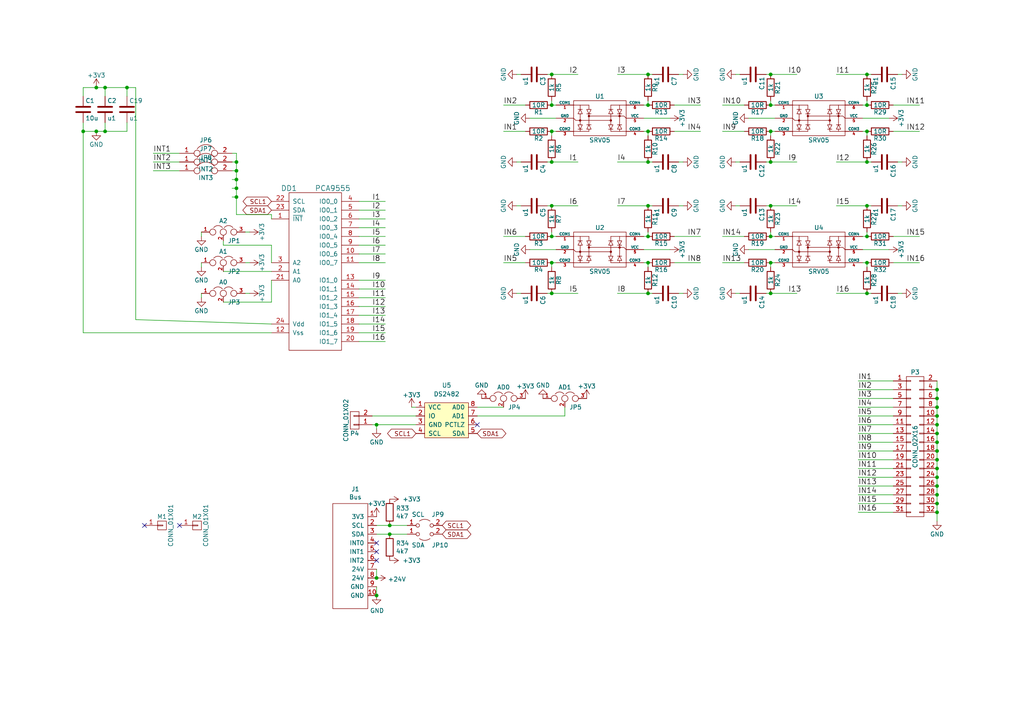
<source format=kicad_sch>
(kicad_sch (version 20211123) (generator eeschema)
  (paper "A4")
  (junction (at 68.58 54.61))
  (junction (at 187.96 30.48))
  (junction (at 223.52 38.1))
  (junction (at 68.58 49.53))
  (junction (at 109.22 172.72))
  (junction (at 251.46 21.59))
  (junction (at 160.02 68.58))
  (junction (at 187.96 59.69))
  (junction (at 223.52 76.2))
  (junction (at 160.02 38.1))
  (junction (at 24.13 38.1))
  (junction (at 271.78 128.27))
  (junction (at 187.96 21.59))
  (junction (at 271.78 125.73))
  (junction (at 187.96 76.2))
  (junction (at 271.78 130.81))
  (junction (at 27.94 38.1))
  (junction (at 271.78 146.05))
  (junction (at 160.02 46.99))
  (junction (at 271.78 118.11))
  (junction (at 109.22 123.19))
  (junction (at 187.96 38.1))
  (junction (at 223.52 46.99))
  (junction (at 271.78 148.59))
  (junction (at 251.46 59.69))
  (junction (at 27.94 25.4))
  (junction (at 160.02 59.69))
  (junction (at 271.78 140.97))
  (junction (at 271.78 113.03))
  (junction (at 223.52 85.09))
  (junction (at 223.52 21.59))
  (junction (at 251.46 46.99))
  (junction (at 187.96 85.09))
  (junction (at 187.96 46.99))
  (junction (at 271.78 120.65))
  (junction (at 160.02 85.09))
  (junction (at 160.02 76.2))
  (junction (at 271.78 135.89))
  (junction (at 223.52 59.69))
  (junction (at 68.58 46.99))
  (junction (at 251.46 30.48))
  (junction (at 113.03 152.4))
  (junction (at 68.58 52.07))
  (junction (at 271.78 143.51))
  (junction (at 271.78 138.43))
  (junction (at 271.78 123.19))
  (junction (at 113.03 154.94))
  (junction (at 68.58 57.15))
  (junction (at 223.52 68.58))
  (junction (at 251.46 38.1))
  (junction (at 251.46 85.09))
  (junction (at 109.22 167.64))
  (junction (at 36.83 25.4))
  (junction (at 160.02 30.48))
  (junction (at 223.52 30.48))
  (junction (at 187.96 68.58))
  (junction (at 30.48 38.1))
  (junction (at 271.78 133.35))
  (junction (at 30.48 25.4))
  (junction (at 271.78 115.57))
  (junction (at 251.46 76.2))
  (junction (at 251.46 68.58))
  (junction (at 160.02 21.59))
  (no_connect (at 52.07 152.4))
  (no_connect (at 109.22 162.56))
  (no_connect (at 41.91 152.4))
  (no_connect (at 109.22 157.48))
  (no_connect (at 109.22 160.02))
  (no_connect (at 138.43 123.19))
  (wire (pts (xy 78.74 93.98) (xy 39.37 92.71)))
  (wire (pts (xy 158.75 59.69) (xy 160.02 59.69)))
  (wire (pts (xy 104.14 63.5) (xy 111.76 63.5)))
  (wire (pts (xy 259.08 76.2) (xy 266.7 76.2)))
  (wire (pts (xy 72.39 76.2) (xy 71.12 76.2)))
  (wire (pts (xy 198.12 21.59) (xy 196.85 21.59)))
  (wire (pts (xy 250.19 30.48) (xy 251.46 30.48)))
  (wire (pts (xy 64.77 87.63) (xy 78.74 87.63)))
  (wire (pts (xy 187.96 68.58) (xy 187.96 67.31)))
  (wire (pts (xy 224.79 72.39) (xy 217.17 72.39)))
  (wire (pts (xy 259.08 113.03) (xy 248.92 113.03)))
  (wire (pts (xy 195.58 30.48) (xy 203.2 30.48)))
  (wire (pts (xy 68.58 46.99) (xy 67.31 46.99)))
  (wire (pts (xy 259.08 143.51) (xy 248.92 143.51)))
  (wire (pts (xy 152.4 38.1) (xy 146.05 38.1)))
  (wire (pts (xy 186.69 38.1) (xy 187.96 38.1)))
  (wire (pts (xy 251.46 38.1) (xy 251.46 39.37)))
  (wire (pts (xy 271.78 133.35) (xy 271.78 135.89)))
  (wire (pts (xy 109.22 170.18) (xy 109.22 172.72)))
  (wire (pts (xy 271.78 118.11) (xy 271.78 120.65)))
  (wire (pts (xy 118.11 154.94) (xy 113.03 154.94)))
  (wire (pts (xy 104.14 88.9) (xy 111.76 88.9)))
  (wire (pts (xy 160.02 30.48) (xy 160.02 29.21)))
  (wire (pts (xy 36.83 25.4) (xy 39.37 25.4)))
  (wire (pts (xy 242.57 59.69) (xy 251.46 59.69)))
  (wire (pts (xy 78.74 71.12) (xy 78.74 76.2)))
  (wire (pts (xy 187.96 85.09) (xy 189.23 85.09)))
  (wire (pts (xy 223.52 46.99) (xy 231.14 46.99)))
  (wire (pts (xy 68.58 52.07) (xy 67.31 52.07)))
  (wire (pts (xy 107.95 120.65) (xy 120.65 120.65)))
  (wire (pts (xy 152.4 76.2) (xy 146.05 76.2)))
  (wire (pts (xy 259.08 115.57) (xy 248.92 115.57)))
  (wire (pts (xy 259.08 133.35) (xy 248.92 133.35)))
  (wire (pts (xy 151.13 85.09) (xy 149.86 85.09)))
  (wire (pts (xy 259.08 140.97) (xy 248.92 140.97)))
  (wire (pts (xy 36.83 25.4) (xy 36.83 27.94)))
  (wire (pts (xy 194.31 34.29) (xy 186.69 34.29)))
  (wire (pts (xy 271.78 123.19) (xy 271.78 125.73)))
  (wire (pts (xy 158.75 46.99) (xy 160.02 46.99)))
  (wire (pts (xy 27.94 38.1) (xy 30.48 38.1)))
  (wire (pts (xy 120.65 118.11) (xy 119.38 118.11)))
  (wire (pts (xy 160.02 76.2) (xy 160.02 77.47)))
  (wire (pts (xy 198.12 85.09) (xy 196.85 85.09)))
  (wire (pts (xy 251.46 59.69) (xy 252.73 59.69)))
  (wire (pts (xy 104.14 58.42) (xy 111.76 58.42)))
  (wire (pts (xy 24.13 96.52) (xy 78.74 96.52)))
  (wire (pts (xy 271.78 138.43) (xy 271.78 140.97)))
  (wire (pts (xy 104.14 91.44) (xy 111.76 91.44)))
  (wire (pts (xy 160.02 38.1) (xy 161.29 38.1)))
  (wire (pts (xy 198.12 46.99) (xy 196.85 46.99)))
  (wire (pts (xy 161.29 68.58) (xy 160.02 68.58)))
  (wire (pts (xy 259.08 110.49) (xy 248.92 110.49)))
  (wire (pts (xy 186.69 76.2) (xy 187.96 76.2)))
  (wire (pts (xy 30.48 38.1) (xy 36.83 38.1)))
  (wire (pts (xy 271.78 110.49) (xy 271.78 113.03)))
  (wire (pts (xy 138.43 120.65) (xy 163.83 120.65)))
  (wire (pts (xy 163.83 118.11) (xy 163.83 120.65)))
  (wire (pts (xy 52.07 46.99) (xy 44.45 46.99)))
  (wire (pts (xy 78.74 62.23) (xy 68.58 62.23)))
  (wire (pts (xy 68.58 54.61) (xy 67.31 54.61)))
  (wire (pts (xy 261.62 46.99) (xy 260.35 46.99)))
  (wire (pts (xy 215.9 38.1) (xy 209.55 38.1)))
  (wire (pts (xy 104.14 86.36) (xy 111.76 86.36)))
  (wire (pts (xy 158.75 21.59) (xy 160.02 21.59)))
  (wire (pts (xy 251.46 68.58) (xy 251.46 67.31)))
  (wire (pts (xy 161.29 30.48) (xy 160.02 30.48)))
  (wire (pts (xy 271.78 135.89) (xy 271.78 138.43)))
  (wire (pts (xy 224.79 68.58) (xy 223.52 68.58)))
  (wire (pts (xy 195.58 38.1) (xy 203.2 38.1)))
  (wire (pts (xy 113.03 154.94) (xy 109.22 154.94)))
  (wire (pts (xy 271.78 120.65) (xy 271.78 123.19)))
  (wire (pts (xy 24.13 38.1) (xy 24.13 96.52)))
  (wire (pts (xy 259.08 146.05) (xy 248.92 146.05)))
  (wire (pts (xy 261.62 59.69) (xy 260.35 59.69)))
  (wire (pts (xy 104.14 93.98) (xy 111.76 93.98)))
  (wire (pts (xy 24.13 35.56) (xy 24.13 38.1)))
  (wire (pts (xy 222.25 21.59) (xy 223.52 21.59)))
  (wire (pts (xy 104.14 99.06) (xy 111.76 99.06)))
  (wire (pts (xy 24.13 25.4) (xy 24.13 27.94)))
  (wire (pts (xy 215.9 68.58) (xy 209.55 68.58)))
  (wire (pts (xy 259.08 38.1) (xy 266.7 38.1)))
  (wire (pts (xy 259.08 135.89) (xy 248.92 135.89)))
  (wire (pts (xy 161.29 72.39) (xy 153.67 72.39)))
  (wire (pts (xy 109.22 123.19) (xy 120.65 123.19)))
  (wire (pts (xy 138.43 118.11) (xy 146.05 118.11)))
  (wire (pts (xy 195.58 68.58) (xy 203.2 68.58)))
  (wire (pts (xy 251.46 21.59) (xy 252.73 21.59)))
  (wire (pts (xy 107.95 123.19) (xy 109.22 123.19)))
  (wire (pts (xy 224.79 30.48) (xy 223.52 30.48)))
  (wire (pts (xy 259.08 138.43) (xy 248.92 138.43)))
  (wire (pts (xy 68.58 62.23) (xy 68.58 57.15)))
  (wire (pts (xy 68.58 49.53) (xy 68.58 46.99)))
  (wire (pts (xy 259.08 130.81) (xy 248.92 130.81)))
  (wire (pts (xy 187.96 46.99) (xy 189.23 46.99)))
  (wire (pts (xy 109.22 152.4) (xy 113.03 152.4)))
  (wire (pts (xy 214.63 46.99) (xy 213.36 46.99)))
  (wire (pts (xy 158.75 85.09) (xy 160.02 85.09)))
  (wire (pts (xy 261.62 21.59) (xy 260.35 21.59)))
  (wire (pts (xy 68.58 57.15) (xy 68.58 54.61)))
  (wire (pts (xy 151.13 46.99) (xy 149.86 46.99)))
  (wire (pts (xy 104.14 66.04) (xy 111.76 66.04)))
  (wire (pts (xy 104.14 60.96) (xy 111.76 60.96)))
  (wire (pts (xy 64.77 78.74) (xy 78.74 78.74)))
  (wire (pts (xy 251.46 85.09) (xy 252.73 85.09)))
  (wire (pts (xy 195.58 76.2) (xy 203.2 76.2)))
  (wire (pts (xy 187.96 76.2) (xy 187.96 77.47)))
  (wire (pts (xy 68.58 52.07) (xy 68.58 49.53)))
  (wire (pts (xy 223.52 59.69) (xy 231.14 59.69)))
  (wire (pts (xy 259.08 118.11) (xy 248.92 118.11)))
  (wire (pts (xy 257.81 72.39) (xy 250.19 72.39)))
  (wire (pts (xy 68.58 49.53) (xy 67.31 49.53)))
  (wire (pts (xy 223.52 38.1) (xy 223.52 39.37)))
  (wire (pts (xy 223.52 76.2) (xy 223.52 77.47)))
  (wire (pts (xy 187.96 59.69) (xy 189.23 59.69)))
  (wire (pts (xy 271.78 148.59) (xy 271.78 151.13)))
  (wire (pts (xy 179.07 85.09) (xy 187.96 85.09)))
  (wire (pts (xy 223.52 68.58) (xy 223.52 67.31)))
  (wire (pts (xy 30.48 25.4) (xy 30.48 27.94)))
  (wire (pts (xy 104.14 73.66) (xy 111.76 73.66)))
  (wire (pts (xy 24.13 38.1) (xy 27.94 38.1)))
  (wire (pts (xy 160.02 85.09) (xy 167.64 85.09)))
  (wire (pts (xy 224.79 34.29) (xy 217.17 34.29)))
  (wire (pts (xy 261.62 85.09) (xy 260.35 85.09)))
  (wire (pts (xy 215.9 76.2) (xy 209.55 76.2)))
  (wire (pts (xy 104.14 96.52) (xy 111.76 96.52)))
  (wire (pts (xy 179.07 46.99) (xy 187.96 46.99)))
  (wire (pts (xy 186.69 68.58) (xy 187.96 68.58)))
  (wire (pts (xy 214.63 59.69) (xy 213.36 59.69)))
  (wire (pts (xy 68.58 54.61) (xy 68.58 52.07)))
  (wire (pts (xy 68.58 44.45) (xy 67.31 44.45)))
  (wire (pts (xy 257.81 34.29) (xy 250.19 34.29)))
  (wire (pts (xy 104.14 83.82) (xy 111.76 83.82)))
  (wire (pts (xy 250.19 76.2) (xy 251.46 76.2)))
  (wire (pts (xy 187.96 30.48) (xy 187.96 29.21)))
  (wire (pts (xy 259.08 30.48) (xy 266.7 30.48)))
  (wire (pts (xy 251.46 46.99) (xy 252.73 46.99)))
  (wire (pts (xy 223.52 30.48) (xy 223.52 29.21)))
  (wire (pts (xy 58.42 76.2) (xy 58.42 77.47)))
  (wire (pts (xy 271.78 143.51) (xy 271.78 146.05)))
  (wire (pts (xy 223.52 85.09) (xy 231.14 85.09)))
  (wire (pts (xy 250.19 68.58) (xy 251.46 68.58)))
  (wire (pts (xy 160.02 21.59) (xy 167.64 21.59)))
  (wire (pts (xy 214.63 85.09) (xy 213.36 85.09)))
  (wire (pts (xy 161.29 34.29) (xy 153.67 34.29)))
  (wire (pts (xy 109.22 165.1) (xy 109.22 167.64)))
  (wire (pts (xy 36.83 38.1) (xy 36.83 35.56)))
  (wire (pts (xy 259.08 120.65) (xy 248.92 120.65)))
  (wire (pts (xy 187.96 21.59) (xy 189.23 21.59)))
  (wire (pts (xy 64.77 71.12) (xy 78.74 71.12)))
  (wire (pts (xy 242.57 46.99) (xy 251.46 46.99)))
  (wire (pts (xy 223.52 76.2) (xy 224.79 76.2)))
  (wire (pts (xy 109.22 123.19) (xy 109.22 124.46)))
  (wire (pts (xy 222.25 85.09) (xy 223.52 85.09)))
  (wire (pts (xy 104.14 71.12) (xy 111.76 71.12)))
  (wire (pts (xy 222.25 46.99) (xy 223.52 46.99)))
  (wire (pts (xy 68.58 46.99) (xy 68.58 44.45)))
  (wire (pts (xy 151.13 21.59) (xy 149.86 21.59)))
  (wire (pts (xy 223.52 21.59) (xy 231.14 21.59)))
  (wire (pts (xy 271.78 113.03) (xy 271.78 115.57)))
  (wire (pts (xy 198.12 59.69) (xy 196.85 59.69)))
  (wire (pts (xy 259.08 148.59) (xy 248.92 148.59)))
  (wire (pts (xy 27.94 25.4) (xy 30.48 25.4)))
  (wire (pts (xy 104.14 76.2) (xy 111.76 76.2)))
  (wire (pts (xy 251.46 30.48) (xy 251.46 29.21)))
  (wire (pts (xy 271.78 115.57) (xy 271.78 118.11)))
  (wire (pts (xy 250.19 38.1) (xy 251.46 38.1)))
  (wire (pts (xy 271.78 146.05) (xy 271.78 148.59)))
  (wire (pts (xy 52.07 49.53) (xy 44.45 49.53)))
  (wire (pts (xy 24.13 25.4) (xy 27.94 25.4)))
  (wire (pts (xy 222.25 59.69) (xy 223.52 59.69)))
  (wire (pts (xy 223.52 38.1) (xy 224.79 38.1)))
  (wire (pts (xy 30.48 25.4) (xy 36.83 25.4)))
  (wire (pts (xy 179.07 59.69) (xy 187.96 59.69)))
  (wire (pts (xy 187.96 38.1) (xy 187.96 39.37)))
  (wire (pts (xy 58.42 86.36) (xy 58.42 85.09)))
  (wire (pts (xy 271.78 130.81) (xy 271.78 133.35)))
  (wire (pts (xy 58.42 67.31) (xy 58.42 68.58)))
  (wire (pts (xy 118.11 152.4) (xy 113.03 152.4)))
  (wire (pts (xy 68.58 57.15) (xy 67.31 57.15)))
  (wire (pts (xy 259.08 68.58) (xy 266.7 68.58)))
  (wire (pts (xy 271.78 125.73) (xy 271.78 128.27)))
  (wire (pts (xy 78.74 63.5) (xy 78.74 62.23)))
  (wire (pts (xy 271.78 140.97) (xy 271.78 143.51)))
  (wire (pts (xy 39.37 92.71) (xy 39.37 25.4)))
  (wire (pts (xy 259.08 125.73) (xy 248.92 125.73)))
  (wire (pts (xy 179.07 21.59) (xy 187.96 21.59)))
  (wire (pts (xy 72.39 85.09) (xy 71.12 85.09)))
  (wire (pts (xy 214.63 21.59) (xy 213.36 21.59)))
  (wire (pts (xy 104.14 68.58) (xy 111.76 68.58)))
  (wire (pts (xy 52.07 44.45) (xy 44.45 44.45)))
  (wire (pts (xy 160.02 76.2) (xy 161.29 76.2)))
  (wire (pts (xy 251.46 76.2) (xy 251.46 77.47)))
  (wire (pts (xy 151.13 59.69) (xy 149.86 59.69)))
  (wire (pts (xy 194.31 72.39) (xy 186.69 72.39)))
  (wire (pts (xy 152.4 68.58) (xy 146.05 68.58)))
  (wire (pts (xy 215.9 30.48) (xy 209.55 30.48)))
  (wire (pts (xy 152.4 30.48) (xy 146.05 30.48)))
  (wire (pts (xy 259.08 123.19) (xy 248.92 123.19)))
  (wire (pts (xy 160.02 46.99) (xy 167.64 46.99)))
  (wire (pts (xy 160.02 38.1) (xy 160.02 39.37)))
  (wire (pts (xy 30.48 38.1) (xy 30.48 35.56)))
  (wire (pts (xy 186.69 30.48) (xy 187.96 30.48)))
  (wire (pts (xy 242.57 21.59) (xy 251.46 21.59)))
  (wire (pts (xy 242.57 85.09) (xy 251.46 85.09)))
  (wire (pts (xy 78.74 87.63) (xy 78.74 81.28)))
  (wire (pts (xy 64.77 69.85) (xy 64.77 71.12)))
  (wire (pts (xy 72.39 67.31) (xy 71.12 67.31)))
  (wire (pts (xy 160.02 59.69) (xy 167.64 59.69)))
  (wire (pts (xy 259.08 128.27) (xy 248.92 128.27)))
  (wire (pts (xy 104.14 81.28) (xy 111.76 81.28)))
  (wire (pts (xy 271.78 128.27) (xy 271.78 130.81)))
  (wire (pts (xy 160.02 68.58) (xy 160.02 67.31)))
  (label "IN10" (at 248.92 133.35 0) (effects (font (size 1.524 1.524))))
  (label "IN6" (at 248.92 123.19 0) (effects (font (size 1.524 1.524))))
  (label "I12" (at 107.95 88.9 0) (effects (font (size 1.524 1.524))))
  (label "I16" (at 242.57 85.09 0) (effects (font (size 1.524 1.524))))
  (label "IN12" (at 262.89 38.1 0) (effects (font (size 1.524 1.524))))
  (label "I11" (at 107.95 86.36 0) (effects (font (size 1.524 1.524))))
  (label "I1" (at 165.1 46.99 0) (effects (font (size 1.524 1.524))))
  (label "IN7" (at 248.92 125.73 0) (effects (font (size 1.524 1.524))))
  (label "I3" (at 107.95 63.5 0) (effects (font (size 1.524 1.524))))
  (label "I14" (at 107.95 93.98 0) (effects (font (size 1.524 1.524))))
  (label "IN4" (at 248.92 118.11 0) (effects (font (size 1.524 1.524))))
  (label "IN3" (at 248.92 115.57 0) (effects (font (size 1.524 1.524))))
  (label "INT1" (at 44.45 44.45 0) (effects (font (size 1.524 1.524))))
  (label "IN8" (at 199.39 76.2 0) (effects (font (size 1.524 1.524))))
  (label "I8" (at 107.95 76.2 0) (effects (font (size 1.524 1.524))))
  (label "I9" (at 107.95 81.28 0) (effects (font (size 1.524 1.524))))
  (label "I8" (at 179.07 85.09 0) (effects (font (size 1.524 1.524))))
  (label "IN2" (at 146.05 30.48 0) (effects (font (size 1.524 1.524))))
  (label "IN9" (at 248.92 130.81 0) (effects (font (size 1.524 1.524))))
  (label "INT3" (at 44.45 49.53 0) (effects (font (size 1.524 1.524))))
  (label "IN16" (at 262.89 76.2 0) (effects (font (size 1.524 1.524))))
  (label "I4" (at 107.95 66.04 0) (effects (font (size 1.524 1.524))))
  (label "INT2" (at 44.45 46.99 0) (effects (font (size 1.524 1.524))))
  (label "I6" (at 165.1 59.69 0) (effects (font (size 1.524 1.524))))
  (label "IN14" (at 248.92 143.51 0) (effects (font (size 1.524 1.524))))
  (label "IN4" (at 199.39 38.1 0) (effects (font (size 1.524 1.524))))
  (label "IN8" (at 248.92 128.27 0) (effects (font (size 1.524 1.524))))
  (label "IN9" (at 209.55 38.1 0) (effects (font (size 1.524 1.524))))
  (label "IN15" (at 248.92 146.05 0) (effects (font (size 1.524 1.524))))
  (label "I2" (at 107.95 60.96 0) (effects (font (size 1.524 1.524))))
  (label "I13" (at 107.95 91.44 0) (effects (font (size 1.524 1.524))))
  (label "I1" (at 107.95 58.42 0) (effects (font (size 1.524 1.524))))
  (label "I7" (at 179.07 59.69 0) (effects (font (size 1.524 1.524))))
  (label "I10" (at 228.6 21.59 0) (effects (font (size 1.524 1.524))))
  (label "IN14" (at 209.55 68.58 0) (effects (font (size 1.524 1.524))))
  (label "I12" (at 242.57 46.99 0) (effects (font (size 1.524 1.524))))
  (label "IN13" (at 209.55 76.2 0) (effects (font (size 1.524 1.524))))
  (label "IN1" (at 146.05 38.1 0) (effects (font (size 1.524 1.524))))
  (label "I5" (at 107.95 68.58 0) (effects (font (size 1.524 1.524))))
  (label "I2" (at 165.1 21.59 0) (effects (font (size 1.524 1.524))))
  (label "I15" (at 107.95 96.52 0) (effects (font (size 1.524 1.524))))
  (label "I11" (at 242.57 21.59 0) (effects (font (size 1.524 1.524))))
  (label "I5" (at 165.1 85.09 0) (effects (font (size 1.524 1.524))))
  (label "I9" (at 228.6 46.99 0) (effects (font (size 1.524 1.524))))
  (label "I13" (at 228.6 85.09 0) (effects (font (size 1.524 1.524))))
  (label "IN1" (at 248.92 110.49 0) (effects (font (size 1.524 1.524))))
  (label "IN15" (at 262.89 68.58 0) (effects (font (size 1.524 1.524))))
  (label "I7" (at 107.95 73.66 0) (effects (font (size 1.524 1.524))))
  (label "IN12" (at 248.92 138.43 0) (effects (font (size 1.524 1.524))))
  (label "IN2" (at 248.92 113.03 0) (effects (font (size 1.524 1.524))))
  (label "IN5" (at 146.05 76.2 0) (effects (font (size 1.524 1.524))))
  (label "IN11" (at 262.89 30.48 0) (effects (font (size 1.524 1.524))))
  (label "I15" (at 242.57 59.69 0) (effects (font (size 1.524 1.524))))
  (label "IN10" (at 209.55 30.48 0) (effects (font (size 1.524 1.524))))
  (label "I6" (at 107.95 71.12 0) (effects (font (size 1.524 1.524))))
  (label "IN3" (at 199.39 30.48 0) (effects (font (size 1.524 1.524))))
  (label "I14" (at 228.6 59.69 0) (effects (font (size 1.524 1.524))))
  (label "IN6" (at 146.05 68.58 0) (effects (font (size 1.524 1.524))))
  (label "IN13" (at 248.92 140.97 0) (effects (font (size 1.524 1.524))))
  (label "I16" (at 107.95 99.06 0) (effects (font (size 1.524 1.524))))
  (label "IN16" (at 248.92 148.59 0) (effects (font (size 1.524 1.524))))
  (label "IN7" (at 199.39 68.58 0) (effects (font (size 1.524 1.524))))
  (label "IN11" (at 248.92 135.89 0) (effects (font (size 1.524 1.524))))
  (label "IN5" (at 248.92 120.65 0) (effects (font (size 1.524 1.524))))
  (label "I3" (at 179.07 21.59 0) (effects (font (size 1.524 1.524))))
  (label "I4" (at 179.07 46.99 0) (effects (font (size 1.524 1.524))))
  (label "I10" (at 107.95 83.82 0) (effects (font (size 1.524 1.524))))
  (global_label "SCL1" (shape bidirectional) (at 78.74 58.42 180) (property "Intersheet References" "${INTERSHEET_REFS}" (effects hide)))
  (global_label "SCL1" (shape bidirectional) (at 120.65 125.73 180) (property "Intersheet References" "${INTERSHEET_REFS}" (effects hide)))
  (global_label "SDA1" (shape bidirectional) (at 128.27 154.94 0) (property "Intersheet References" "${INTERSHEET_REFS}" (effects hide)))
  (global_label "SDA1" (shape bidirectional) (at 78.74 60.96 180) (property "Intersheet References" "${INTERSHEET_REFS}" (effects hide)))
  (global_label "SCL1" (shape bidirectional) (at 128.27 152.4 0) (property "Intersheet References" "${INTERSHEET_REFS}" (effects hide)))
  (global_label "SDA1" (shape bidirectional) (at 138.43 125.73 0) (property "Intersheet References" "${INTERSHEET_REFS}" (effects hide)))
  (symbol (lib_id "sensactInpExt-rescue:PCA9555") (at 90.17 78.74 0) (unit 1)
    (property "Reference" "DD1" (at 83.82 54.61 0) (effects (font (size 1.524 1.524))))
    (property "Value" "PCA9555" (at 96.52 54.61 0) (effects (font (size 1.524 1.524))))
    (property "Footprint" "sensact:TSSOP-24_4.4x7.8mm_Pitch0.65mm_handsolder" (effects hide))
  )
  (symbol (lib_id "sensactInpExt-rescue:SRV05") (at 173.99 34.29 0) (unit 1)
    (property "Reference" "U1" (at 173.99 27.94 0))
    (property "Value" "SRV05" (at 173.99 40.64 0))
    (property "Footprint" "sensact:SOT-23-6_handsolder" (effects hide))
  )
  (symbol (lib_id "sensactInpExt-rescue:R") (at 156.21 30.48 270) (unit 1)
    (property "Reference" "R1" (at 156.21 32.512 90))
    (property "Value" "10R" (at 156.21 30.48 90))
    (property "Footprint" "Resistors_SMD:R_0805_HandSoldering" (effects hide))
  )
  (symbol (lib_id "sensactInpExt-rescue:R") (at 156.21 38.1 270) (unit 1)
    (property "Reference" "R2" (at 156.21 40.132 90))
    (property "Value" "10R" (at 156.21 38.1 90))
    (property "Footprint" "Resistors_SMD:R_0805_HandSoldering" (effects hide))
  )
  (symbol (lib_id "sensactInpExt-rescue:R") (at 191.77 30.48 270) (unit 1)
    (property "Reference" "R13" (at 191.77 32.512 90))
    (property "Value" "10R" (at 191.77 30.48 90))
    (property "Footprint" "Resistors_SMD:R_0805_HandSoldering" (effects hide))
  )
  (symbol (lib_id "sensactInpExt-rescue:R") (at 191.77 38.1 270) (unit 1)
    (property "Reference" "R14" (at 191.77 40.132 90))
    (property "Value" "10R" (at 191.77 38.1 90))
    (property "Footprint" "Resistors_SMD:R_0805_HandSoldering" (effects hide))
  )
  (symbol (lib_id "sensactInpExt-rescue:R") (at 187.96 25.4 0) (unit 1)
    (property "Reference" "R9" (at 189.992 25.4 90))
    (property "Value" "1k" (at 187.96 25.4 90))
    (property "Footprint" "Resistors_SMD:R_0805_HandSoldering" (effects hide))
  )
  (symbol (lib_id "sensactInpExt-rescue:R") (at 160.02 25.4 0) (unit 1)
    (property "Reference" "R5" (at 162.052 25.4 90))
    (property "Value" "1k" (at 160.02 25.4 90))
    (property "Footprint" "Resistors_SMD:R_0805_HandSoldering" (effects hide))
  )
  (symbol (lib_id "sensactInpExt-rescue:R") (at 160.02 43.18 0) (unit 1)
    (property "Reference" "R6" (at 162.052 43.18 90))
    (property "Value" "1k" (at 160.02 43.18 90))
    (property "Footprint" "Resistors_SMD:R_0805_HandSoldering" (effects hide))
  )
  (symbol (lib_id "sensactInpExt-rescue:R") (at 187.96 43.18 0) (unit 1)
    (property "Reference" "R10" (at 189.992 43.18 90))
    (property "Value" "1k" (at 187.96 43.18 90))
    (property "Footprint" "Resistors_SMD:R_0805_HandSoldering" (effects hide))
  )
  (symbol (lib_id "sensactInpExt-rescue:C") (at 193.04 21.59 270) (unit 1)
    (property "Reference" "C7" (at 195.58 22.225 0) (effects (justify left)))
    (property "Value" "u1" (at 190.5 22.225 0) (effects (justify left)))
    (property "Footprint" "Capacitors_SMD:C_0805_HandSoldering" (effects hide))
  )
  (symbol (lib_id "sensactInpExt-rescue:C") (at 154.94 21.59 270) (unit 1)
    (property "Reference" "C3" (at 157.48 22.225 0) (effects (justify left)))
    (property "Value" "u1" (at 152.4 22.225 0) (effects (justify left)))
    (property "Footprint" "Capacitors_SMD:C_0805_HandSoldering" (effects hide))
  )
  (symbol (lib_id "sensactInpExt-rescue:C") (at 154.94 46.99 270) (unit 1)
    (property "Reference" "C4" (at 157.48 47.625 0) (effects (justify left)))
    (property "Value" "u1" (at 152.4 47.625 0) (effects (justify left)))
    (property "Footprint" "Capacitors_SMD:C_0805_HandSoldering" (effects hide))
  )
  (symbol (lib_id "sensactInpExt-rescue:C") (at 193.04 46.99 270) (unit 1)
    (property "Reference" "C8" (at 195.58 47.625 0) (effects (justify left)))
    (property "Value" "u1" (at 190.5 47.625 0) (effects (justify left)))
    (property "Footprint" "Capacitors_SMD:C_0805_HandSoldering" (effects hide))
  )
  (symbol (lib_id "sensactInpExt-rescue:+3V3") (at 194.31 34.29 270) (unit 1)
    (property "Reference" "#PWR01" (effects hide))
    (property "Value" "+3V3" (at 197.866 34.29 0))
  )
  (symbol (lib_id "sensactInpExt-rescue:GND") (at 198.12 21.59 90) (unit 1)
    (property "Reference" "#PWR02" (effects hide))
    (property "Value" "GND" (at 201.93 21.59 0))
  )
  (symbol (lib_id "sensactInpExt-rescue:GND") (at 198.12 46.99 90) (unit 1)
    (property "Reference" "#PWR03" (effects hide))
    (property "Value" "GND" (at 201.93 46.99 0))
  )
  (symbol (lib_id "sensactInpExt-rescue:GND") (at 149.86 21.59 270) (unit 1)
    (property "Reference" "#PWR04" (effects hide))
    (property "Value" "GND" (at 146.05 21.59 0))
  )
  (symbol (lib_id "sensactInpExt-rescue:GND") (at 153.67 34.29 270) (unit 1)
    (property "Reference" "#PWR05" (effects hide))
    (property "Value" "GND" (at 149.86 34.29 0))
  )
  (symbol (lib_id "sensactInpExt-rescue:GND") (at 149.86 46.99 270) (unit 1)
    (property "Reference" "#PWR06" (effects hide))
    (property "Value" "GND" (at 146.05 46.99 0))
  )
  (symbol (lib_id "sensactInpExt-rescue:SRV05") (at 173.99 72.39 0) (unit 1)
    (property "Reference" "U2" (at 173.99 66.04 0))
    (property "Value" "SRV05" (at 173.99 78.74 0))
    (property "Footprint" "sensact:SOT-23-6_handsolder" (effects hide))
  )
  (symbol (lib_id "sensactInpExt-rescue:R") (at 156.21 68.58 270) (unit 1)
    (property "Reference" "R3" (at 156.21 70.612 90))
    (property "Value" "10R" (at 156.21 68.58 90))
    (property "Footprint" "Resistors_SMD:R_0805_HandSoldering" (effects hide))
  )
  (symbol (lib_id "sensactInpExt-rescue:R") (at 156.21 76.2 270) (unit 1)
    (property "Reference" "R4" (at 156.21 78.232 90))
    (property "Value" "10R" (at 156.21 76.2 90))
    (property "Footprint" "Resistors_SMD:R_0805_HandSoldering" (effects hide))
  )
  (symbol (lib_id "sensactInpExt-rescue:R") (at 191.77 68.58 270) (unit 1)
    (property "Reference" "R15" (at 191.77 70.612 90))
    (property "Value" "10R" (at 191.77 68.58 90))
    (property "Footprint" "Resistors_SMD:R_0805_HandSoldering" (effects hide))
  )
  (symbol (lib_id "sensactInpExt-rescue:R") (at 191.77 76.2 270) (unit 1)
    (property "Reference" "R16" (at 191.77 78.232 90))
    (property "Value" "10R" (at 191.77 76.2 90))
    (property "Footprint" "Resistors_SMD:R_0805_HandSoldering" (effects hide))
  )
  (symbol (lib_id "sensactInpExt-rescue:R") (at 187.96 63.5 0) (unit 1)
    (property "Reference" "R11" (at 189.992 63.5 90))
    (property "Value" "1k" (at 187.96 63.5 90))
    (property "Footprint" "Resistors_SMD:R_0805_HandSoldering" (effects hide))
  )
  (symbol (lib_id "sensactInpExt-rescue:R") (at 160.02 63.5 0) (unit 1)
    (property "Reference" "R7" (at 162.052 63.5 90))
    (property "Value" "1k" (at 160.02 63.5 90))
    (property "Footprint" "Resistors_SMD:R_0805_HandSoldering" (effects hide))
  )
  (symbol (lib_id "sensactInpExt-rescue:R") (at 160.02 81.28 0) (unit 1)
    (property "Reference" "R8" (at 162.052 81.28 90))
    (property "Value" "1k" (at 160.02 81.28 90))
    (property "Footprint" "Resistors_SMD:R_0805_HandSoldering" (effects hide))
  )
  (symbol (lib_id "sensactInpExt-rescue:R") (at 187.96 81.28 0) (unit 1)
    (property "Reference" "R12" (at 189.992 81.28 90))
    (property "Value" "1k" (at 187.96 81.28 90))
    (property "Footprint" "Resistors_SMD:R_0805_HandSoldering" (effects hide))
  )
  (symbol (lib_id "sensactInpExt-rescue:C") (at 193.04 59.69 270) (unit 1)
    (property "Reference" "C9" (at 195.58 60.325 0) (effects (justify left)))
    (property "Value" "u1" (at 190.5 60.325 0) (effects (justify left)))
    (property "Footprint" "Capacitors_SMD:C_0805_HandSoldering" (effects hide))
  )
  (symbol (lib_id "sensactInpExt-rescue:C") (at 154.94 59.69 270) (unit 1)
    (property "Reference" "C5" (at 157.48 60.325 0) (effects (justify left)))
    (property "Value" "u1" (at 152.4 60.325 0) (effects (justify left)))
    (property "Footprint" "Capacitors_SMD:C_0805_HandSoldering" (effects hide))
  )
  (symbol (lib_id "sensactInpExt-rescue:C") (at 154.94 85.09 270) (unit 1)
    (property "Reference" "C6" (at 157.48 85.725 0) (effects (justify left)))
    (property "Value" "u1" (at 152.4 85.725 0) (effects (justify left)))
    (property "Footprint" "Capacitors_SMD:C_0805_HandSoldering" (effects hide))
  )
  (symbol (lib_id "sensactInpExt-rescue:C") (at 193.04 85.09 270) (unit 1)
    (property "Reference" "C10" (at 195.58 85.725 0) (effects (justify left)))
    (property "Value" "u1" (at 190.5 85.725 0) (effects (justify left)))
    (property "Footprint" "Capacitors_SMD:C_0805_HandSoldering" (effects hide))
  )
  (symbol (lib_id "sensactInpExt-rescue:+3V3") (at 194.31 72.39 270) (unit 1)
    (property "Reference" "#PWR07" (effects hide))
    (property "Value" "+3V3" (at 197.866 72.39 0))
  )
  (symbol (lib_id "sensactInpExt-rescue:GND") (at 198.12 59.69 90) (unit 1)
    (property "Reference" "#PWR08" (effects hide))
    (property "Value" "GND" (at 201.93 59.69 0))
  )
  (symbol (lib_id "sensactInpExt-rescue:GND") (at 198.12 85.09 90) (unit 1)
    (property "Reference" "#PWR09" (effects hide))
    (property "Value" "GND" (at 201.93 85.09 0))
  )
  (symbol (lib_id "sensactInpExt-rescue:GND") (at 149.86 59.69 270) (unit 1)
    (property "Reference" "#PWR010" (effects hide))
    (property "Value" "GND" (at 146.05 59.69 0))
  )
  (symbol (lib_id "sensactInpExt-rescue:GND") (at 153.67 72.39 270) (unit 1)
    (property "Reference" "#PWR011" (effects hide))
    (property "Value" "GND" (at 149.86 72.39 0))
  )
  (symbol (lib_id "sensactInpExt-rescue:GND") (at 149.86 85.09 270) (unit 1)
    (property "Reference" "#PWR012" (effects hide))
    (property "Value" "GND" (at 146.05 85.09 0))
  )
  (symbol (lib_id "sensactInpExt-rescue:SRV05") (at 237.49 34.29 0) (unit 1)
    (property "Reference" "U3" (at 237.49 27.94 0))
    (property "Value" "SRV05" (at 237.49 40.64 0))
    (property "Footprint" "sensact:SOT-23-6_handsolder" (effects hide))
  )
  (symbol (lib_id "sensactInpExt-rescue:R") (at 219.71 30.48 270) (unit 1)
    (property "Reference" "R17" (at 219.71 32.512 90))
    (property "Value" "10R" (at 219.71 30.48 90))
    (property "Footprint" "Resistors_SMD:R_0805_HandSoldering" (effects hide))
  )
  (symbol (lib_id "sensactInpExt-rescue:R") (at 219.71 38.1 270) (unit 1)
    (property "Reference" "R18" (at 219.71 40.132 90))
    (property "Value" "10R" (at 219.71 38.1 90))
    (property "Footprint" "Resistors_SMD:R_0805_HandSoldering" (effects hide))
  )
  (symbol (lib_id "sensactInpExt-rescue:R") (at 255.27 30.48 270) (unit 1)
    (property "Reference" "R29" (at 255.27 32.512 90))
    (property "Value" "10R" (at 255.27 30.48 90))
    (property "Footprint" "Resistors_SMD:R_0805_HandSoldering" (effects hide))
  )
  (symbol (lib_id "sensactInpExt-rescue:R") (at 255.27 38.1 270) (unit 1)
    (property "Reference" "R30" (at 255.27 40.132 90))
    (property "Value" "10R" (at 255.27 38.1 90))
    (property "Footprint" "Resistors_SMD:R_0805_HandSoldering" (effects hide))
  )
  (symbol (lib_id "sensactInpExt-rescue:R") (at 251.46 25.4 0) (unit 1)
    (property "Reference" "R25" (at 253.492 25.4 90))
    (property "Value" "1k" (at 251.46 25.4 90))
    (property "Footprint" "Resistors_SMD:R_0805_HandSoldering" (effects hide))
  )
  (symbol (lib_id "sensactInpExt-rescue:R") (at 223.52 25.4 0) (unit 1)
    (property "Reference" "R21" (at 225.552 25.4 90))
    (property "Value" "1k" (at 223.52 25.4 90))
    (property "Footprint" "Resistors_SMD:R_0805_HandSoldering" (effects hide))
  )
  (symbol (lib_id "sensactInpExt-rescue:R") (at 223.52 43.18 0) (unit 1)
    (property "Reference" "R22" (at 225.552 43.18 90))
    (property "Value" "1k" (at 223.52 43.18 90))
    (property "Footprint" "Resistors_SMD:R_0805_HandSoldering" (effects hide))
  )
  (symbol (lib_id "sensactInpExt-rescue:R") (at 251.46 43.18 0) (unit 1)
    (property "Reference" "R26" (at 253.492 43.18 90))
    (property "Value" "1k" (at 251.46 43.18 90))
    (property "Footprint" "Resistors_SMD:R_0805_HandSoldering" (effects hide))
  )
  (symbol (lib_id "sensactInpExt-rescue:C") (at 256.54 21.59 270) (unit 1)
    (property "Reference" "C15" (at 259.08 22.225 0) (effects (justify left)))
    (property "Value" "u1" (at 254 22.225 0) (effects (justify left)))
    (property "Footprint" "Capacitors_SMD:C_0805_HandSoldering" (effects hide))
  )
  (symbol (lib_id "sensactInpExt-rescue:C") (at 218.44 21.59 270) (unit 1)
    (property "Reference" "C11" (at 220.98 22.225 0) (effects (justify left)))
    (property "Value" "u1" (at 215.9 22.225 0) (effects (justify left)))
    (property "Footprint" "Capacitors_SMD:C_0805_HandSoldering" (effects hide))
  )
  (symbol (lib_id "sensactInpExt-rescue:C") (at 218.44 46.99 270) (unit 1)
    (property "Reference" "C12" (at 220.98 47.625 0) (effects (justify left)))
    (property "Value" "u1" (at 215.9 47.625 0) (effects (justify left)))
    (property "Footprint" "Capacitors_SMD:C_0805_HandSoldering" (effects hide))
  )
  (symbol (lib_id "sensactInpExt-rescue:C") (at 256.54 46.99 270) (unit 1)
    (property "Reference" "C16" (at 259.08 47.625 0) (effects (justify left)))
    (property "Value" "u1" (at 254 47.625 0) (effects (justify left)))
    (property "Footprint" "Capacitors_SMD:C_0805_HandSoldering" (effects hide))
  )
  (symbol (lib_id "sensactInpExt-rescue:+3V3") (at 257.81 34.29 270) (unit 1)
    (property "Reference" "#PWR013" (effects hide))
    (property "Value" "+3V3" (at 261.366 34.29 0))
  )
  (symbol (lib_id "sensactInpExt-rescue:GND") (at 261.62 21.59 90) (unit 1)
    (property "Reference" "#PWR014" (effects hide))
    (property "Value" "GND" (at 265.43 21.59 0))
  )
  (symbol (lib_id "sensactInpExt-rescue:GND") (at 261.62 46.99 90) (unit 1)
    (property "Reference" "#PWR015" (effects hide))
    (property "Value" "GND" (at 265.43 46.99 0))
  )
  (symbol (lib_id "sensactInpExt-rescue:GND") (at 213.36 21.59 270) (unit 1)
    (property "Reference" "#PWR016" (effects hide))
    (property "Value" "GND" (at 209.55 21.59 0))
  )
  (symbol (lib_id "sensactInpExt-rescue:GND") (at 217.17 34.29 270) (unit 1)
    (property "Reference" "#PWR017" (effects hide))
    (property "Value" "GND" (at 213.36 34.29 0))
  )
  (symbol (lib_id "sensactInpExt-rescue:GND") (at 213.36 46.99 270) (unit 1)
    (property "Reference" "#PWR018" (effects hide))
    (property "Value" "GND" (at 209.55 46.99 0))
  )
  (symbol (lib_id "sensactInpExt-rescue:SRV05") (at 237.49 72.39 0) (unit 1)
    (property "Reference" "U4" (at 237.49 66.04 0))
    (property "Value" "SRV05" (at 237.49 78.74 0))
    (property "Footprint" "sensact:SOT-23-6_handsolder" (effects hide))
  )
  (symbol (lib_id "sensactInpExt-rescue:R") (at 219.71 68.58 270) (unit 1)
    (property "Reference" "R19" (at 219.71 70.612 90))
    (property "Value" "10R" (at 219.71 68.58 90))
    (property "Footprint" "Resistors_SMD:R_0805_HandSoldering" (effects hide))
  )
  (symbol (lib_id "sensactInpExt-rescue:R") (at 219.71 76.2 270) (unit 1)
    (property "Reference" "R20" (at 219.71 78.232 90))
    (property "Value" "10R" (at 219.71 76.2 90))
    (property "Footprint" "Resistors_SMD:R_0805_HandSoldering" (effects hide))
  )
  (symbol (lib_id "sensactInpExt-rescue:R") (at 255.27 68.58 270) (unit 1)
    (property "Reference" "R31" (at 255.27 70.612 90))
    (property "Value" "10R" (at 255.27 68.58 90))
    (property "Footprint" "Resistors_SMD:R_0805_HandSoldering" (effects hide))
  )
  (symbol (lib_id "sensactInpExt-rescue:R") (at 255.27 76.2 270) (unit 1)
    (property "Reference" "R32" (at 255.27 78.232 90))
    (property "Value" "10R" (at 255.27 76.2 90))
    (property "Footprint" "Resistors_SMD:R_0805_HandSoldering" (effects hide))
  )
  (symbol (lib_id "sensactInpExt-rescue:R") (at 251.46 63.5 0) (unit 1)
    (property "Reference" "R27" (at 253.492 63.5 90))
    (property "Value" "1k" (at 251.46 63.5 90))
    (property "Footprint" "Resistors_SMD:R_0805_HandSoldering" (effects hide))
  )
  (symbol (lib_id "sensactInpExt-rescue:R") (at 223.52 63.5 0) (unit 1)
    (property "Reference" "R23" (at 225.552 63.5 90))
    (property "Value" "1k" (at 223.52 63.5 90))
    (property "Footprint" "Resistors_SMD:R_0805_HandSoldering" (effects hide))
  )
  (symbol (lib_id "sensactInpExt-rescue:R") (at 223.52 81.28 0) (unit 1)
    (property "Reference" "R24" (at 225.552 81.28 90))
    (property "Value" "1k" (at 223.52 81.28 90))
    (property "Footprint" "Resistors_SMD:R_0805_HandSoldering" (effects hide))
  )
  (symbol (lib_id "sensactInpExt-rescue:R") (at 251.46 81.28 0) (unit 1)
    (property "Reference" "R28" (at 253.492 81.28 90))
    (property "Value" "1k" (at 251.46 81.28 90))
    (property "Footprint" "Resistors_SMD:R_0805_HandSoldering" (effects hide))
  )
  (symbol (lib_id "sensactInpExt-rescue:C") (at 256.54 59.69 270) (unit 1)
    (property "Reference" "C17" (at 259.08 60.325 0) (effects (justify left)))
    (property "Value" "u1" (at 254 60.325 0) (effects (justify left)))
    (property "Footprint" "Capacitors_SMD:C_0805_HandSoldering" (effects hide))
  )
  (symbol (lib_id "sensactInpExt-rescue:C") (at 218.44 59.69 270) (unit 1)
    (property "Reference" "C13" (at 220.98 60.325 0) (effects (justify left)))
    (property "Value" "u1" (at 215.9 60.325 0) (effects (justify left)))
    (property "Footprint" "Capacitors_SMD:C_0805_HandSoldering" (effects hide))
  )
  (symbol (lib_id "sensactInpExt-rescue:C") (at 218.44 85.09 270) (unit 1)
    (property "Reference" "C14" (at 220.98 85.725 0) (effects (justify left)))
    (property "Value" "u1" (at 215.9 85.725 0) (effects (justify left)))
    (property "Footprint" "Capacitors_SMD:C_0805_HandSoldering" (effects hide))
  )
  (symbol (lib_id "sensactInpExt-rescue:C") (at 256.54 85.09 270) (unit 1)
    (property "Reference" "C18" (at 259.08 85.725 0) (effects (justify left)))
    (property "Value" "u1" (at 254 85.725 0) (effects (justify left)))
    (property "Footprint" "Capacitors_SMD:C_0805_HandSoldering" (effects hide))
  )
  (symbol (lib_id "sensactInpExt-rescue:+3V3") (at 257.81 72.39 270) (unit 1)
    (property "Reference" "#PWR019" (effects hide))
    (property "Value" "+3V3" (at 261.366 72.39 0))
  )
  (symbol (lib_id "sensactInpExt-rescue:GND") (at 261.62 59.69 90) (unit 1)
    (property "Reference" "#PWR020" (effects hide))
    (property "Value" "GND" (at 265.43 59.69 0))
  )
  (symbol (lib_id "sensactInpExt-rescue:GND") (at 261.62 85.09 90) (unit 1)
    (property "Reference" "#PWR021" (effects hide))
    (property "Value" "GND" (at 265.43 85.09 0))
  )
  (symbol (lib_id "sensactInpExt-rescue:GND") (at 213.36 59.69 270) (unit 1)
    (property "Reference" "#PWR022" (effects hide))
    (property "Value" "GND" (at 209.55 59.69 0))
  )
  (symbol (lib_id "sensactInpExt-rescue:GND") (at 217.17 72.39 270) (unit 1)
    (property "Reference" "#PWR023" (effects hide))
    (property "Value" "GND" (at 213.36 72.39 0))
  )
  (symbol (lib_id "sensactInpExt-rescue:GND") (at 213.36 85.09 270) (unit 1)
    (property "Reference" "#PWR024" (effects hide))
    (property "Value" "GND" (at 209.55 85.09 0))
  )
  (symbol (lib_id "sensactInpExt-rescue:JUMPER3") (at 64.77 67.31 0) (unit 1)
    (property "Reference" "JP1" (at 66.04 69.85 0) (effects (justify left)))
    (property "Value" "A2" (at 64.77 64.77 0) (effects (justify bottom)))
    (property "Footprint" "sensact:SMD-solder-bridge-3pin" (effects hide))
  )
  (symbol (lib_id "sensactInpExt-rescue:JUMPER3") (at 64.77 76.2 0) (unit 1)
    (property "Reference" "JP2" (at 66.04 78.74 0) (effects (justify left)))
    (property "Value" "A1" (at 64.77 73.66 0) (effects (justify bottom)))
    (property "Footprint" "sensact:SMD-solder-bridge-3pin" (effects hide))
  )
  (symbol (lib_id "sensactInpExt-rescue:JUMPER3") (at 64.77 85.09 0) (unit 1)
    (property "Reference" "JP3" (at 66.04 87.63 0) (effects (justify left)))
    (property "Value" "A0" (at 64.77 82.55 0) (effects (justify bottom)))
    (property "Footprint" "sensact:SMD-solder-bridge-3pin" (effects hide))
  )
  (symbol (lib_id "sensactInpExt-rescue:+3V3") (at 72.39 67.31 270) (unit 1)
    (property "Reference" "#PWR025" (effects hide))
    (property "Value" "+3V3" (at 75.946 67.31 0))
  )
  (symbol (lib_id "sensactInpExt-rescue:+3V3") (at 72.39 76.2 270) (unit 1)
    (property "Reference" "#PWR026" (effects hide))
    (property "Value" "+3V3" (at 75.946 76.2 0))
  )
  (symbol (lib_id "sensactInpExt-rescue:+3V3") (at 72.39 85.09 270) (unit 1)
    (property "Reference" "#PWR027" (effects hide))
    (property "Value" "+3V3" (at 75.946 85.09 0))
  )
  (symbol (lib_id "sensactInpExt-rescue:GND") (at 58.42 68.58 0) (unit 1)
    (property "Reference" "#PWR028" (effects hide))
    (property "Value" "GND" (at 58.42 72.39 0))
  )
  (symbol (lib_id "sensactInpExt-rescue:GND") (at 58.42 77.47 0) (unit 1)
    (property "Reference" "#PWR029" (effects hide))
    (property "Value" "GND" (at 58.42 81.28 0))
  )
  (symbol (lib_id "sensactInpExt-rescue:GND") (at 58.42 86.36 0) (unit 1)
    (property "Reference" "#PWR030" (effects hide))
    (property "Value" "GND" (at 58.42 90.17 0))
  )
  (symbol (lib_id "sensactInpExt-rescue:CONN_02X16") (at 265.43 129.54 0) (unit 1)
    (property "Reference" "P3" (at 265.43 107.95 0))
    (property "Value" "CONN_02X16" (at 265.43 129.54 90))
    (property "Footprint" "w_conn_strip:vasch_strip_16x2" (effects hide))
  )
  (symbol (lib_id "sensactInpExt-rescue:GND") (at 271.78 151.13 0) (unit 1)
    (property "Reference" "#PWR031" (effects hide))
    (property "Value" "GND" (at 271.78 154.94 0))
  )
  (symbol (lib_id "sensactInpExt-rescue:GND") (at 27.94 38.1 0) (unit 1)
    (property "Reference" "#PWR034" (effects hide))
    (property "Value" "GND" (at 27.94 41.91 0))
  )
  (symbol (lib_id "sensactInpExt-rescue:+3V3") (at 27.94 25.4 0) (unit 1)
    (property "Reference" "#PWR035" (effects hide))
    (property "Value" "+3V3" (at 27.94 21.844 0))
  )
  (symbol (lib_id "sensactInpExt-rescue:C") (at 24.13 31.75 0) (unit 1)
    (property "Reference" "C1" (at 24.765 29.21 0) (effects (justify left)))
    (property "Value" "10u" (at 24.765 34.29 0) (effects (justify left)))
    (property "Footprint" "Capacitors_SMD:C_1210_HandSoldering" (effects hide))
  )
  (symbol (lib_id "sensactInpExt-rescue:C") (at 30.48 31.75 0) (unit 1)
    (property "Reference" "C2" (at 31.115 29.21 0) (effects (justify left)))
    (property "Value" "u1" (at 31.115 34.29 0) (effects (justify left)))
    (property "Footprint" "Capacitors_SMD:C_0805_HandSoldering" (effects hide))
  )
  (symbol (lib_id "sensactInpExt-rescue:GND") (at 109.22 124.46 0) (unit 1)
    (property "Reference" "#PWR036" (effects hide))
    (property "Value" "GND" (at 109.22 128.27 0))
  )
  (symbol (lib_id "sensactInpExt-rescue:+3V3") (at 119.38 118.11 0) (unit 1)
    (property "Reference" "#PWR037" (effects hide))
    (property "Value" "+3V3" (at 119.38 114.554 0))
  )
  (symbol (lib_id "sensactInpExt-rescue:JUMPER3") (at 146.05 115.57 0) (unit 1)
    (property "Reference" "JP4" (at 147.32 118.11 0) (effects (justify left)))
    (property "Value" "AD0" (at 146.05 113.03 0) (effects (justify bottom)))
    (property "Footprint" "sensact:SMD-solder-bridge-3pin" (effects hide))
  )
  (symbol (lib_id "sensactInpExt-rescue:JUMPER3") (at 163.83 115.57 0) (unit 1)
    (property "Reference" "JP5" (at 165.1 118.11 0) (effects (justify left)))
    (property "Value" "AD1" (at 163.83 113.03 0) (effects (justify bottom)))
    (property "Footprint" "sensact:SMD-solder-bridge-3pin" (effects hide))
  )
  (symbol (lib_id "sensactInpExt-rescue:+3V3") (at 152.4 115.57 0) (unit 1)
    (property "Reference" "#PWR038" (effects hide))
    (property "Value" "+3V3" (at 152.4 112.014 0))
  )
  (symbol (lib_id "sensactInpExt-rescue:+3V3") (at 170.18 115.57 0) (unit 1)
    (property "Reference" "#PWR039" (effects hide))
    (property "Value" "+3V3" (at 170.18 112.014 0))
  )
  (symbol (lib_id "sensactInpExt-rescue:GND") (at 139.7 115.57 180) (unit 1)
    (property "Reference" "#PWR040" (effects hide))
    (property "Value" "GND" (at 139.7 111.76 0))
  )
  (symbol (lib_id "sensactInpExt-rescue:GND") (at 157.48 115.57 180) (unit 1)
    (property "Reference" "#PWR041" (effects hide))
    (property "Value" "GND" (at 157.48 111.76 0))
  )
  (symbol (lib_id "sensactInpExt-rescue:C") (at 36.83 31.75 0) (unit 1)
    (property "Reference" "C19" (at 37.465 29.21 0) (effects (justify left)))
    (property "Value" "u1" (at 37.465 34.29 0) (effects (justify left)))
    (property "Footprint" "Capacitors_SMD:C_0805_HandSoldering" (effects hide))
  )
  (symbol (lib_id "sensactInpExt-rescue:CONN_01X02") (at 102.87 121.92 180) (unit 1)
    (property "Reference" "P4" (at 102.87 125.73 0))
    (property "Value" "CONN_01X02" (at 100.33 121.92 90))
    (property "Footprint" "sensact:KF141R-2p" (effects hide))
  )
  (symbol (lib_id "sensactInpExt-rescue:JUMPER") (at 59.69 44.45 0) (unit 1)
    (property "Reference" "JP6" (at 59.69 40.64 0))
    (property "Value" "INT1" (at 59.69 46.482 0))
    (property "Footprint" "sensact:SMD-solder-bridge" (effects hide))
  )
  (symbol (lib_id "sensactInpExt-rescue:JUMPER") (at 59.69 46.99 0) (unit 1)
    (property "Reference" "JP7" (at 59.69 43.18 0))
    (property "Value" "INT2" (at 59.69 49.022 0))
    (property "Footprint" "sensact:SMD-solder-bridge" (effects hide))
  )
  (symbol (lib_id "sensactInpExt-rescue:JUMPER") (at 59.69 49.53 0) (unit 1)
    (property "Reference" "JP8" (at 59.69 45.72 0))
    (property "Value" "INT3" (at 59.69 51.562 0))
    (property "Footprint" "sensact:SMD-solder-bridge" (effects hide))
  )
  (symbol (lib_id "sensactInpExt-rescue:CONN_01X01") (at 46.99 152.4 0) (unit 1)
    (property "Reference" "M1" (at 46.99 149.86 0))
    (property "Value" "CONN_01X01" (at 49.53 152.4 90))
    (property "Footprint" "Mounting_Holes:MountingHole_4.3mm_M4_DIN965" (effects hide))
  )
  (symbol (lib_id "sensactInpExt-rescue:CONN_01X01") (at 57.15 152.4 0) (unit 1)
    (property "Reference" "M2" (at 57.15 149.86 0))
    (property "Value" "CONN_01X01" (at 59.69 152.4 90))
    (property "Footprint" "Mounting_Holes:MountingHole_4.3mm_M4_DIN965" (effects hide))
  )
  (symbol (lib_id "power:+3V3") (at 113.03 162.56 270) (unit 1)
    (property "Reference" "#PWR044" (effects hide))
    (property "Value" "+3V3" (at 119.38 162.56 90))
  )
  (symbol (lib_id "sensact:SensactBusConnector") (at 101.6 161.29 0) (unit 1)
    (property "Reference" "J1" (at 103.0732 141.859 0))
    (property "Value" "Bus" (at 103.0732 144.1704 0))
    (property "Footprint" "liebler_CONN:IDC-Header_2x05_P2.54mm_Horizontal_tightCrtYd" (effects hide))
  )
  (symbol (lib_id "Jumper:Jumper_2_Open") (at 123.19 154.94 0) (mirror x) (unit 1)
    (property "Reference" "JP10" (at 127.635 158.115 0))
    (property "Value" "SDA" (at 121.285 158.115 0))
    (property "Footprint" "Jumper:SolderJumper-2_P1.3mm_Bridged2Bar_RoundedPad1.0x1.5mm" (effects hide))
  )
  (symbol (lib_id "Device:R") (at 113.03 148.59 0) (unit 1)
    (property "Reference" "R33" (at 114.808 147.4216 0) (effects (justify left)))
    (property "Value" "4k7" (at 114.808 149.733 0) (effects (justify left)))
    (property "Footprint" "Resistor_SMD:R_0402_1005Metric" (effects hide))
  )
  (symbol (lib_id "power:+3V3") (at 113.03 144.78 270) (unit 1)
    (property "Reference" "#PWR043" (effects hide))
    (property "Value" "+3V3" (at 119.38 144.78 90))
  )
  (symbol (lib_id "power:+24V") (at 109.22 167.64 270) (unit 1)
    (property "Reference" "#PWR033" (effects hide))
    (property "Value" "+24V" (at 112.4712 168.021 90) (effects (justify left)))
  )
  (symbol (lib_id "power:+3V3") (at 109.22 149.86 0) (unit 1)
    (property "Reference" "#PWR032" (effects hide))
    (property "Value" "+3V3" (at 109.22 146.05 0))
  )
  (symbol (lib_id "Device:R") (at 113.03 158.75 0) (unit 1)
    (property "Reference" "R34" (at 114.808 157.5816 0) (effects (justify left)))
    (property "Value" "4k7" (at 114.808 159.893 0) (effects (justify left)))
    (property "Footprint" "Resistor_SMD:R_0402_1005Metric" (effects hide))
  )
  (symbol (lib_id "power:GND") (at 109.22 172.72 0) (unit 1)
    (property "Reference" "#PWR042" (effects hide))
    (property "Value" "GND" (at 109.347 177.1142 0))
  )
  (symbol (lib_id "Jumper:Jumper_2_Open") (at 123.19 152.4 0) (unit 1)
    (property "Reference" "JP9" (at 127 149.225 0))
    (property "Value" "SCL" (at 121.285 149.225 0))
    (property "Footprint" "Jumper:SolderJumper-2_P1.3mm_Bridged2Bar_RoundedPad1.0x1.5mm" (effects hide))
  )
  (symbol (lib_id "liebler_SEMICONDUCTORS:DS2482") (at 129.54 121.92 0) (unit 1)
    (property "Reference" "U5" (at 129.54 111.76 0))
    (property "Value" "DS2482" (at 129.54 114.3 0))
    (property "Footprint" "Package_SO:SOIC-8_3.9x4.9mm_P1.27mm" (effects hide))
  )
)
</source>
